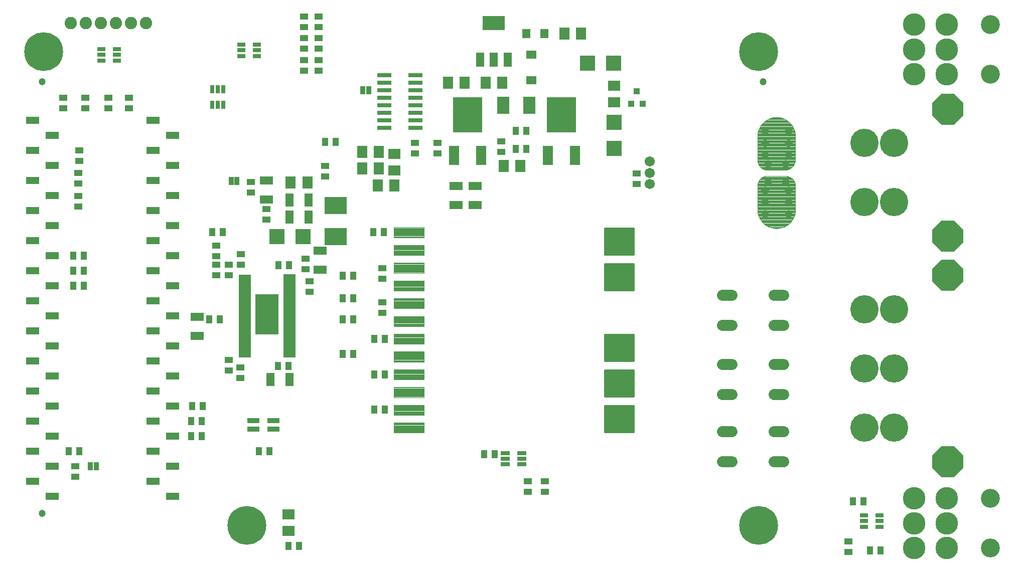
<source format=gts>
G75*
%MOIN*%
%OFA0B0*%
%FSLAX25Y25*%
%IPPOS*%
%LPD*%
%AMOC8*
5,1,8,0,0,1.08239X$1,22.5*
%
%ADD10R,0.08674X0.05524*%
%ADD11R,0.05524X0.03950*%
%ADD12R,0.05524X0.08674*%
%ADD13R,0.03950X0.05524*%
%ADD14R,0.06587X0.05800*%
%ADD15R,0.10249X0.10249*%
%ADD16R,0.05524X0.06312*%
%ADD17C,0.04737*%
%ADD18C,0.14973*%
%ADD19C,0.12611*%
%ADD20C,0.18800*%
%ADD21OC8,0.20485*%
%ADD22R,0.07099X0.07898*%
%ADD23R,0.05600X0.09600*%
%ADD24R,0.14973X0.09461*%
%ADD25R,0.07099X0.12611*%
%ADD26R,0.19800X0.23300*%
%ADD27R,0.03950X0.04343*%
%ADD28R,0.07887X0.07099*%
%ADD29R,0.07887X0.11430*%
%ADD30R,0.07099X0.07887*%
%ADD31R,0.09461X0.03162*%
%ADD32R,0.07887X0.01981*%
%ADD33R,0.15748X0.27165*%
%ADD34R,0.05524X0.02965*%
%ADD35C,0.00355*%
%ADD36C,0.00926*%
%ADD37R,0.06115X0.02965*%
%ADD38C,0.06706*%
%ADD39C,0.05169*%
%ADD40C,0.00394*%
%ADD41R,0.14580X0.11627*%
%ADD42C,0.25800*%
%ADD43R,0.03300X0.05800*%
%ADD44C,0.07200*%
%ADD45R,0.02965X0.05524*%
%ADD46R,0.08674X0.04737*%
%ADD47C,0.08200*%
%ADD48R,0.07887X0.03753*%
D10*
X0187747Y0162701D03*
X0187747Y0175299D03*
X0269247Y0206701D03*
X0269247Y0219299D03*
X0233747Y0253201D03*
X0233747Y0265799D03*
X0359747Y0262299D03*
X0372247Y0262299D03*
X0372247Y0249701D03*
X0359747Y0249701D03*
D11*
X0347247Y0283957D03*
X0347247Y0291043D03*
X0332247Y0291043D03*
X0332247Y0283957D03*
X0389747Y0284957D03*
X0389747Y0292043D03*
X0479747Y0270543D03*
X0479747Y0263457D03*
X0310747Y0207543D03*
X0310747Y0200457D03*
X0310747Y0185043D03*
X0310747Y0177957D03*
X0262247Y0191957D03*
X0262247Y0199043D03*
X0259747Y0206957D03*
X0259747Y0214043D03*
X0216747Y0217043D03*
X0200247Y0215457D03*
X0200247Y0210043D03*
X0200247Y0202957D03*
X0208747Y0202957D03*
X0208747Y0210043D03*
X0216747Y0209957D03*
X0200247Y0222543D03*
X0233747Y0239957D03*
X0233747Y0247043D03*
X0223247Y0257957D03*
X0223247Y0265043D03*
X0272747Y0268457D03*
X0272747Y0275543D03*
X0142247Y0313957D03*
X0142247Y0321043D03*
X0128747Y0321043D03*
X0128747Y0313957D03*
X0113247Y0313957D03*
X0113247Y0321043D03*
X0098747Y0321043D03*
X0098747Y0313957D03*
X0109247Y0286043D03*
X0109247Y0278957D03*
X0108747Y0271043D03*
X0108747Y0263957D03*
X0108747Y0255543D03*
X0108747Y0248457D03*
X0258747Y0338957D03*
X0258747Y0346043D03*
X0268247Y0346043D03*
X0268247Y0338957D03*
X0268247Y0353457D03*
X0258747Y0353457D03*
X0258747Y0360543D03*
X0268247Y0360543D03*
X0268247Y0367957D03*
X0268247Y0375043D03*
X0258747Y0375043D03*
X0258747Y0367957D03*
X0208747Y0146543D03*
X0208747Y0139457D03*
X0216247Y0141543D03*
X0216247Y0134457D03*
X0106747Y0076043D03*
X0106747Y0068957D03*
X0407247Y0066043D03*
X0418747Y0066043D03*
X0418747Y0058957D03*
X0407247Y0058957D03*
X0620247Y0026043D03*
X0620247Y0018957D03*
D12*
X0249047Y0133500D03*
X0236448Y0133500D03*
X0248948Y0241500D03*
X0261547Y0241500D03*
X0261547Y0253000D03*
X0248948Y0253000D03*
D13*
X0204791Y0231500D03*
X0197704Y0231500D03*
X0241704Y0209500D03*
X0248791Y0209500D03*
X0284204Y0202500D03*
X0291291Y0202500D03*
X0291291Y0187500D03*
X0284204Y0187500D03*
X0284204Y0173500D03*
X0291291Y0173500D03*
X0305204Y0160500D03*
X0312291Y0160500D03*
X0291291Y0150500D03*
X0284204Y0150500D03*
X0305204Y0137000D03*
X0312291Y0137000D03*
X0312291Y0113500D03*
X0305204Y0113500D03*
X0248291Y0142500D03*
X0241204Y0142500D03*
X0191291Y0116000D03*
X0184204Y0116000D03*
X0183704Y0106000D03*
X0190791Y0106000D03*
X0190791Y0096000D03*
X0183704Y0096000D03*
X0228704Y0086000D03*
X0235791Y0086000D03*
X0109291Y0086000D03*
X0102204Y0086000D03*
X0248204Y0023000D03*
X0255291Y0023000D03*
X0378204Y0084000D03*
X0385291Y0084000D03*
X0202791Y0173500D03*
X0195704Y0173500D03*
X0112291Y0196000D03*
X0105204Y0196000D03*
X0105204Y0206000D03*
X0112291Y0206000D03*
X0112291Y0216000D03*
X0105204Y0216000D03*
X0272704Y0291500D03*
X0279791Y0291500D03*
X0399204Y0287000D03*
X0406291Y0287000D03*
X0406291Y0299000D03*
X0399204Y0299000D03*
X0311791Y0231500D03*
X0304704Y0231500D03*
X0623204Y0052500D03*
X0630291Y0052500D03*
X0634704Y0020000D03*
X0641791Y0020000D03*
D14*
X0409747Y0332535D03*
X0409747Y0349465D03*
D15*
X0447086Y0344000D03*
X0464409Y0344000D03*
X0464747Y0304661D03*
X0464747Y0287339D03*
X0257909Y0228500D03*
X0240586Y0228500D03*
D16*
X0406342Y0363500D03*
X0418153Y0363500D03*
D17*
X0084747Y0044500D03*
X0084747Y0331500D03*
X0563747Y0331500D03*
D18*
X0664094Y0336500D03*
X0685747Y0336500D03*
X0685747Y0353035D03*
X0664094Y0353035D03*
X0664094Y0369571D03*
X0685747Y0369571D03*
X0685747Y0054571D03*
X0664094Y0054571D03*
X0664094Y0038035D03*
X0685747Y0038035D03*
X0685747Y0021500D03*
X0664094Y0021500D03*
D19*
X0714488Y0021500D03*
X0714488Y0054571D03*
X0714488Y0336500D03*
X0714488Y0369571D03*
D20*
X0650747Y0290870D03*
X0631062Y0290870D03*
X0631062Y0251500D03*
X0650747Y0251500D03*
X0650747Y0180240D03*
X0631062Y0180240D03*
X0631062Y0140870D03*
X0650747Y0140870D03*
X0650747Y0101500D03*
X0631062Y0101500D03*
D21*
X0686181Y0078980D03*
X0686181Y0202799D03*
X0686181Y0228980D03*
X0686181Y0313429D03*
D22*
X0260846Y0264500D03*
X0249649Y0264500D03*
D23*
X0375647Y0346300D03*
X0384747Y0346300D03*
X0393847Y0346300D03*
D24*
X0384747Y0370701D03*
D25*
X0376224Y0282594D03*
X0358271Y0282594D03*
X0420771Y0282594D03*
X0438724Y0282594D03*
D26*
X0429747Y0309752D03*
X0367247Y0309752D03*
D27*
X0476007Y0317063D03*
X0483488Y0317063D03*
X0479747Y0325331D03*
D28*
X0464747Y0329012D03*
X0464747Y0317988D03*
X0318747Y0283512D03*
X0318747Y0272488D03*
X0248247Y0044012D03*
X0248247Y0032988D03*
D29*
X0391086Y0316000D03*
X0408409Y0316000D03*
D30*
X0390259Y0331000D03*
X0379236Y0331000D03*
X0365259Y0331000D03*
X0354236Y0331000D03*
X0431736Y0363500D03*
X0442759Y0363500D03*
X0308259Y0285000D03*
X0297236Y0285000D03*
X0297236Y0274000D03*
X0308259Y0274000D03*
X0307736Y0262500D03*
X0318759Y0262500D03*
X0391236Y0275500D03*
X0402259Y0275500D03*
D31*
X0332484Y0301000D03*
X0332484Y0306000D03*
X0332484Y0311000D03*
X0332484Y0316000D03*
X0332484Y0321000D03*
X0332484Y0326000D03*
X0332484Y0331000D03*
X0332484Y0336000D03*
X0312011Y0336000D03*
X0312011Y0331000D03*
X0312011Y0326000D03*
X0312011Y0321000D03*
X0312011Y0316000D03*
X0312011Y0311000D03*
X0312011Y0306000D03*
X0312011Y0301000D03*
D32*
X0248818Y0202508D03*
X0248818Y0200539D03*
X0248818Y0198571D03*
X0248818Y0196602D03*
X0248818Y0194634D03*
X0248818Y0192665D03*
X0248818Y0190697D03*
X0248818Y0188728D03*
X0248818Y0186760D03*
X0248818Y0184791D03*
X0248818Y0182823D03*
X0248818Y0180854D03*
X0248818Y0178886D03*
X0248818Y0176917D03*
X0248818Y0174949D03*
X0248818Y0172980D03*
X0248818Y0171012D03*
X0248818Y0169043D03*
X0248818Y0167075D03*
X0248818Y0165106D03*
X0248818Y0163138D03*
X0248818Y0161169D03*
X0248818Y0159201D03*
X0248818Y0157232D03*
X0248818Y0155264D03*
X0248818Y0153295D03*
X0248818Y0151327D03*
X0248818Y0149358D03*
X0219291Y0149161D03*
X0219291Y0151130D03*
X0219291Y0153098D03*
X0219291Y0155067D03*
X0219291Y0157035D03*
X0219291Y0159004D03*
X0219291Y0160972D03*
X0219291Y0162941D03*
X0219291Y0164909D03*
X0219291Y0166878D03*
X0219291Y0168846D03*
X0219291Y0170815D03*
X0219291Y0172783D03*
X0219291Y0174752D03*
X0219291Y0176720D03*
X0219291Y0178689D03*
X0219291Y0180657D03*
X0219291Y0182626D03*
X0219291Y0184594D03*
X0219291Y0186563D03*
X0219291Y0188531D03*
X0219291Y0190500D03*
X0219291Y0192469D03*
X0219291Y0194437D03*
X0219291Y0196406D03*
X0219291Y0198374D03*
X0219291Y0200343D03*
X0219291Y0202311D03*
D33*
X0233858Y0176819D03*
D34*
X0134366Y0345760D03*
X0134366Y0349500D03*
X0134366Y0353240D03*
X0124129Y0353240D03*
X0124129Y0349500D03*
X0124129Y0345760D03*
X0217129Y0348760D03*
X0217129Y0352500D03*
X0217129Y0356240D03*
X0227366Y0356240D03*
X0227366Y0352500D03*
X0227366Y0348760D03*
X0630629Y0043240D03*
X0630629Y0039500D03*
X0630629Y0035760D03*
X0640866Y0035760D03*
X0640866Y0039500D03*
X0640866Y0043240D03*
D35*
X0338312Y0098128D02*
X0318182Y0098128D01*
X0318182Y0104872D01*
X0338312Y0104872D01*
X0338312Y0098128D01*
X0338312Y0098482D02*
X0318182Y0098482D01*
X0318182Y0098836D02*
X0338312Y0098836D01*
X0338312Y0099190D02*
X0318182Y0099190D01*
X0318182Y0099544D02*
X0338312Y0099544D01*
X0338312Y0099898D02*
X0318182Y0099898D01*
X0318182Y0100252D02*
X0338312Y0100252D01*
X0338312Y0100606D02*
X0318182Y0100606D01*
X0318182Y0100960D02*
X0338312Y0100960D01*
X0338312Y0101314D02*
X0318182Y0101314D01*
X0318182Y0101668D02*
X0338312Y0101668D01*
X0338312Y0102022D02*
X0318182Y0102022D01*
X0318182Y0102376D02*
X0338312Y0102376D01*
X0338312Y0102730D02*
X0318182Y0102730D01*
X0318182Y0103084D02*
X0338312Y0103084D01*
X0338312Y0103438D02*
X0318182Y0103438D01*
X0318182Y0103792D02*
X0338312Y0103792D01*
X0338312Y0104146D02*
X0318182Y0104146D01*
X0318182Y0104500D02*
X0338312Y0104500D01*
X0338312Y0104854D02*
X0318182Y0104854D01*
X0318182Y0109939D02*
X0338312Y0109939D01*
X0318182Y0109939D02*
X0318182Y0116683D01*
X0338312Y0116683D01*
X0338312Y0109939D01*
X0338312Y0110293D02*
X0318182Y0110293D01*
X0318182Y0110647D02*
X0338312Y0110647D01*
X0338312Y0111001D02*
X0318182Y0111001D01*
X0318182Y0111355D02*
X0338312Y0111355D01*
X0338312Y0111709D02*
X0318182Y0111709D01*
X0318182Y0112063D02*
X0338312Y0112063D01*
X0338312Y0112417D02*
X0318182Y0112417D01*
X0318182Y0112771D02*
X0338312Y0112771D01*
X0338312Y0113125D02*
X0318182Y0113125D01*
X0318182Y0113479D02*
X0338312Y0113479D01*
X0338312Y0113833D02*
X0318182Y0113833D01*
X0318182Y0114187D02*
X0338312Y0114187D01*
X0338312Y0114541D02*
X0318182Y0114541D01*
X0318182Y0114895D02*
X0338312Y0114895D01*
X0338312Y0115249D02*
X0318182Y0115249D01*
X0318182Y0115603D02*
X0338312Y0115603D01*
X0338312Y0115957D02*
X0318182Y0115957D01*
X0318182Y0116311D02*
X0338312Y0116311D01*
X0338312Y0116665D02*
X0318182Y0116665D01*
X0318182Y0121750D02*
X0338312Y0121750D01*
X0318182Y0121750D02*
X0318182Y0128494D01*
X0338312Y0128494D01*
X0338312Y0121750D01*
X0338312Y0122104D02*
X0318182Y0122104D01*
X0318182Y0122458D02*
X0338312Y0122458D01*
X0338312Y0122812D02*
X0318182Y0122812D01*
X0318182Y0123166D02*
X0338312Y0123166D01*
X0338312Y0123520D02*
X0318182Y0123520D01*
X0318182Y0123874D02*
X0338312Y0123874D01*
X0338312Y0124228D02*
X0318182Y0124228D01*
X0318182Y0124582D02*
X0338312Y0124582D01*
X0338312Y0124936D02*
X0318182Y0124936D01*
X0318182Y0125290D02*
X0338312Y0125290D01*
X0338312Y0125644D02*
X0318182Y0125644D01*
X0318182Y0125998D02*
X0338312Y0125998D01*
X0338312Y0126352D02*
X0318182Y0126352D01*
X0318182Y0126706D02*
X0338312Y0126706D01*
X0338312Y0127060D02*
X0318182Y0127060D01*
X0318182Y0127414D02*
X0338312Y0127414D01*
X0338312Y0127768D02*
X0318182Y0127768D01*
X0318182Y0128122D02*
X0338312Y0128122D01*
X0338312Y0128476D02*
X0318182Y0128476D01*
X0318182Y0133561D02*
X0338312Y0133561D01*
X0318182Y0133561D02*
X0318182Y0140305D01*
X0338312Y0140305D01*
X0338312Y0133561D01*
X0338312Y0133915D02*
X0318182Y0133915D01*
X0318182Y0134269D02*
X0338312Y0134269D01*
X0338312Y0134623D02*
X0318182Y0134623D01*
X0318182Y0134977D02*
X0338312Y0134977D01*
X0338312Y0135331D02*
X0318182Y0135331D01*
X0318182Y0135685D02*
X0338312Y0135685D01*
X0338312Y0136039D02*
X0318182Y0136039D01*
X0318182Y0136393D02*
X0338312Y0136393D01*
X0338312Y0136747D02*
X0318182Y0136747D01*
X0318182Y0137101D02*
X0338312Y0137101D01*
X0338312Y0137455D02*
X0318182Y0137455D01*
X0318182Y0137809D02*
X0338312Y0137809D01*
X0338312Y0138163D02*
X0318182Y0138163D01*
X0318182Y0138517D02*
X0338312Y0138517D01*
X0338312Y0138871D02*
X0318182Y0138871D01*
X0318182Y0139225D02*
X0338312Y0139225D01*
X0338312Y0139579D02*
X0318182Y0139579D01*
X0318182Y0139933D02*
X0338312Y0139933D01*
X0338312Y0140287D02*
X0318182Y0140287D01*
X0318182Y0145372D02*
X0338312Y0145372D01*
X0318182Y0145372D02*
X0318182Y0152116D01*
X0338312Y0152116D01*
X0338312Y0145372D01*
X0338312Y0145726D02*
X0318182Y0145726D01*
X0318182Y0146080D02*
X0338312Y0146080D01*
X0338312Y0146434D02*
X0318182Y0146434D01*
X0318182Y0146788D02*
X0338312Y0146788D01*
X0338312Y0147142D02*
X0318182Y0147142D01*
X0318182Y0147496D02*
X0338312Y0147496D01*
X0338312Y0147850D02*
X0318182Y0147850D01*
X0318182Y0148204D02*
X0338312Y0148204D01*
X0338312Y0148558D02*
X0318182Y0148558D01*
X0318182Y0148912D02*
X0338312Y0148912D01*
X0338312Y0149266D02*
X0318182Y0149266D01*
X0318182Y0149620D02*
X0338312Y0149620D01*
X0338312Y0149974D02*
X0318182Y0149974D01*
X0318182Y0150328D02*
X0338312Y0150328D01*
X0338312Y0150682D02*
X0318182Y0150682D01*
X0318182Y0151036D02*
X0338312Y0151036D01*
X0338312Y0151390D02*
X0318182Y0151390D01*
X0318182Y0151744D02*
X0338312Y0151744D01*
X0338312Y0152098D02*
X0318182Y0152098D01*
X0318182Y0157183D02*
X0338312Y0157183D01*
X0318182Y0157183D02*
X0318182Y0163927D01*
X0338312Y0163927D01*
X0338312Y0157183D01*
X0338312Y0157537D02*
X0318182Y0157537D01*
X0318182Y0157891D02*
X0338312Y0157891D01*
X0338312Y0158245D02*
X0318182Y0158245D01*
X0318182Y0158599D02*
X0338312Y0158599D01*
X0338312Y0158953D02*
X0318182Y0158953D01*
X0318182Y0159307D02*
X0338312Y0159307D01*
X0338312Y0159661D02*
X0318182Y0159661D01*
X0318182Y0160015D02*
X0338312Y0160015D01*
X0338312Y0160369D02*
X0318182Y0160369D01*
X0318182Y0160723D02*
X0338312Y0160723D01*
X0338312Y0161077D02*
X0318182Y0161077D01*
X0318182Y0161431D02*
X0338312Y0161431D01*
X0338312Y0161785D02*
X0318182Y0161785D01*
X0318182Y0162139D02*
X0338312Y0162139D01*
X0338312Y0162493D02*
X0318182Y0162493D01*
X0318182Y0162847D02*
X0338312Y0162847D01*
X0338312Y0163201D02*
X0318182Y0163201D01*
X0318182Y0163555D02*
X0338312Y0163555D01*
X0338312Y0163909D02*
X0318182Y0163909D01*
X0318182Y0168994D02*
X0338312Y0168994D01*
X0318182Y0168994D02*
X0318182Y0175738D01*
X0338312Y0175738D01*
X0338312Y0168994D01*
X0338312Y0169348D02*
X0318182Y0169348D01*
X0318182Y0169702D02*
X0338312Y0169702D01*
X0338312Y0170056D02*
X0318182Y0170056D01*
X0318182Y0170410D02*
X0338312Y0170410D01*
X0338312Y0170764D02*
X0318182Y0170764D01*
X0318182Y0171118D02*
X0338312Y0171118D01*
X0338312Y0171472D02*
X0318182Y0171472D01*
X0318182Y0171826D02*
X0338312Y0171826D01*
X0338312Y0172180D02*
X0318182Y0172180D01*
X0318182Y0172534D02*
X0338312Y0172534D01*
X0338312Y0172888D02*
X0318182Y0172888D01*
X0318182Y0173242D02*
X0338312Y0173242D01*
X0338312Y0173596D02*
X0318182Y0173596D01*
X0318182Y0173950D02*
X0338312Y0173950D01*
X0338312Y0174304D02*
X0318182Y0174304D01*
X0318182Y0174658D02*
X0338312Y0174658D01*
X0338312Y0175012D02*
X0318182Y0175012D01*
X0318182Y0175366D02*
X0338312Y0175366D01*
X0338312Y0175720D02*
X0318182Y0175720D01*
X0318182Y0180805D02*
X0338312Y0180805D01*
X0318182Y0180805D02*
X0318182Y0187549D01*
X0338312Y0187549D01*
X0338312Y0180805D01*
X0338312Y0181159D02*
X0318182Y0181159D01*
X0318182Y0181513D02*
X0338312Y0181513D01*
X0338312Y0181867D02*
X0318182Y0181867D01*
X0318182Y0182221D02*
X0338312Y0182221D01*
X0338312Y0182575D02*
X0318182Y0182575D01*
X0318182Y0182929D02*
X0338312Y0182929D01*
X0338312Y0183283D02*
X0318182Y0183283D01*
X0318182Y0183637D02*
X0338312Y0183637D01*
X0338312Y0183991D02*
X0318182Y0183991D01*
X0318182Y0184345D02*
X0338312Y0184345D01*
X0338312Y0184699D02*
X0318182Y0184699D01*
X0318182Y0185053D02*
X0338312Y0185053D01*
X0338312Y0185407D02*
X0318182Y0185407D01*
X0318182Y0185761D02*
X0338312Y0185761D01*
X0338312Y0186115D02*
X0318182Y0186115D01*
X0318182Y0186469D02*
X0338312Y0186469D01*
X0338312Y0186823D02*
X0318182Y0186823D01*
X0318182Y0187177D02*
X0338312Y0187177D01*
X0338312Y0187531D02*
X0318182Y0187531D01*
X0318182Y0192616D02*
X0338312Y0192616D01*
X0318182Y0192616D02*
X0318182Y0199360D01*
X0338312Y0199360D01*
X0338312Y0192616D01*
X0338312Y0192970D02*
X0318182Y0192970D01*
X0318182Y0193324D02*
X0338312Y0193324D01*
X0338312Y0193678D02*
X0318182Y0193678D01*
X0318182Y0194032D02*
X0338312Y0194032D01*
X0338312Y0194386D02*
X0318182Y0194386D01*
X0318182Y0194740D02*
X0338312Y0194740D01*
X0338312Y0195094D02*
X0318182Y0195094D01*
X0318182Y0195448D02*
X0338312Y0195448D01*
X0338312Y0195802D02*
X0318182Y0195802D01*
X0318182Y0196156D02*
X0338312Y0196156D01*
X0338312Y0196510D02*
X0318182Y0196510D01*
X0318182Y0196864D02*
X0338312Y0196864D01*
X0338312Y0197218D02*
X0318182Y0197218D01*
X0318182Y0197572D02*
X0338312Y0197572D01*
X0338312Y0197926D02*
X0318182Y0197926D01*
X0318182Y0198280D02*
X0338312Y0198280D01*
X0338312Y0198634D02*
X0318182Y0198634D01*
X0318182Y0198988D02*
X0338312Y0198988D01*
X0338312Y0199342D02*
X0318182Y0199342D01*
X0318182Y0204427D02*
X0338312Y0204427D01*
X0318182Y0204427D02*
X0318182Y0211171D01*
X0338312Y0211171D01*
X0338312Y0204427D01*
X0338312Y0204781D02*
X0318182Y0204781D01*
X0318182Y0205135D02*
X0338312Y0205135D01*
X0338312Y0205489D02*
X0318182Y0205489D01*
X0318182Y0205843D02*
X0338312Y0205843D01*
X0338312Y0206197D02*
X0318182Y0206197D01*
X0318182Y0206551D02*
X0338312Y0206551D01*
X0338312Y0206905D02*
X0318182Y0206905D01*
X0318182Y0207259D02*
X0338312Y0207259D01*
X0338312Y0207613D02*
X0318182Y0207613D01*
X0318182Y0207967D02*
X0338312Y0207967D01*
X0338312Y0208321D02*
X0318182Y0208321D01*
X0318182Y0208675D02*
X0338312Y0208675D01*
X0338312Y0209029D02*
X0318182Y0209029D01*
X0318182Y0209383D02*
X0338312Y0209383D01*
X0338312Y0209737D02*
X0318182Y0209737D01*
X0318182Y0210091D02*
X0338312Y0210091D01*
X0338312Y0210445D02*
X0318182Y0210445D01*
X0318182Y0210799D02*
X0338312Y0210799D01*
X0338312Y0211153D02*
X0318182Y0211153D01*
X0318182Y0216238D02*
X0338312Y0216238D01*
X0318182Y0216238D02*
X0318182Y0222982D01*
X0338312Y0222982D01*
X0338312Y0216238D01*
X0338312Y0216592D02*
X0318182Y0216592D01*
X0318182Y0216946D02*
X0338312Y0216946D01*
X0338312Y0217300D02*
X0318182Y0217300D01*
X0318182Y0217654D02*
X0338312Y0217654D01*
X0338312Y0218008D02*
X0318182Y0218008D01*
X0318182Y0218362D02*
X0338312Y0218362D01*
X0338312Y0218716D02*
X0318182Y0218716D01*
X0318182Y0219070D02*
X0338312Y0219070D01*
X0338312Y0219424D02*
X0318182Y0219424D01*
X0318182Y0219778D02*
X0338312Y0219778D01*
X0338312Y0220132D02*
X0318182Y0220132D01*
X0318182Y0220486D02*
X0338312Y0220486D01*
X0338312Y0220840D02*
X0318182Y0220840D01*
X0318182Y0221194D02*
X0338312Y0221194D01*
X0338312Y0221548D02*
X0318182Y0221548D01*
X0318182Y0221902D02*
X0338312Y0221902D01*
X0338312Y0222256D02*
X0318182Y0222256D01*
X0318182Y0222610D02*
X0338312Y0222610D01*
X0338312Y0222964D02*
X0318182Y0222964D01*
X0318182Y0228049D02*
X0338312Y0228049D01*
X0318182Y0228049D02*
X0318182Y0234793D01*
X0338312Y0234793D01*
X0338312Y0228049D01*
X0338312Y0228403D02*
X0318182Y0228403D01*
X0318182Y0228757D02*
X0338312Y0228757D01*
X0338312Y0229111D02*
X0318182Y0229111D01*
X0318182Y0229465D02*
X0338312Y0229465D01*
X0338312Y0229819D02*
X0318182Y0229819D01*
X0318182Y0230173D02*
X0338312Y0230173D01*
X0338312Y0230527D02*
X0318182Y0230527D01*
X0318182Y0230881D02*
X0338312Y0230881D01*
X0338312Y0231235D02*
X0318182Y0231235D01*
X0318182Y0231589D02*
X0338312Y0231589D01*
X0338312Y0231943D02*
X0318182Y0231943D01*
X0318182Y0232297D02*
X0338312Y0232297D01*
X0338312Y0232651D02*
X0318182Y0232651D01*
X0318182Y0233005D02*
X0338312Y0233005D01*
X0338312Y0233359D02*
X0318182Y0233359D01*
X0318182Y0233713D02*
X0338312Y0233713D01*
X0338312Y0234067D02*
X0318182Y0234067D01*
X0318182Y0234421D02*
X0338312Y0234421D01*
X0338312Y0234775D02*
X0318182Y0234775D01*
D36*
X0458232Y0216721D02*
X0477790Y0216721D01*
X0458232Y0216721D02*
X0458232Y0234311D01*
X0477790Y0234311D01*
X0477790Y0216721D01*
X0477790Y0217646D02*
X0458232Y0217646D01*
X0458232Y0218571D02*
X0477790Y0218571D01*
X0477790Y0219496D02*
X0458232Y0219496D01*
X0458232Y0220421D02*
X0477790Y0220421D01*
X0477790Y0221346D02*
X0458232Y0221346D01*
X0458232Y0222271D02*
X0477790Y0222271D01*
X0477790Y0223196D02*
X0458232Y0223196D01*
X0458232Y0224121D02*
X0477790Y0224121D01*
X0477790Y0225046D02*
X0458232Y0225046D01*
X0458232Y0225971D02*
X0477790Y0225971D01*
X0477790Y0226896D02*
X0458232Y0226896D01*
X0458232Y0227821D02*
X0477790Y0227821D01*
X0477790Y0228746D02*
X0458232Y0228746D01*
X0458232Y0229671D02*
X0477790Y0229671D01*
X0477790Y0230596D02*
X0458232Y0230596D01*
X0458232Y0231521D02*
X0477790Y0231521D01*
X0477790Y0232446D02*
X0458232Y0232446D01*
X0458232Y0233371D02*
X0477790Y0233371D01*
X0477790Y0234296D02*
X0458232Y0234296D01*
X0458232Y0193099D02*
X0477790Y0193099D01*
X0458232Y0193099D02*
X0458232Y0210689D01*
X0477790Y0210689D01*
X0477790Y0193099D01*
X0477790Y0194024D02*
X0458232Y0194024D01*
X0458232Y0194949D02*
X0477790Y0194949D01*
X0477790Y0195874D02*
X0458232Y0195874D01*
X0458232Y0196799D02*
X0477790Y0196799D01*
X0477790Y0197724D02*
X0458232Y0197724D01*
X0458232Y0198649D02*
X0477790Y0198649D01*
X0477790Y0199574D02*
X0458232Y0199574D01*
X0458232Y0200499D02*
X0477790Y0200499D01*
X0477790Y0201424D02*
X0458232Y0201424D01*
X0458232Y0202349D02*
X0477790Y0202349D01*
X0477790Y0203274D02*
X0458232Y0203274D01*
X0458232Y0204199D02*
X0477790Y0204199D01*
X0477790Y0205124D02*
X0458232Y0205124D01*
X0458232Y0206049D02*
X0477790Y0206049D01*
X0477790Y0206974D02*
X0458232Y0206974D01*
X0458232Y0207899D02*
X0477790Y0207899D01*
X0477790Y0208824D02*
X0458232Y0208824D01*
X0458232Y0209749D02*
X0477790Y0209749D01*
X0477790Y0210674D02*
X0458232Y0210674D01*
X0458232Y0145855D02*
X0477790Y0145855D01*
X0458232Y0145855D02*
X0458232Y0163445D01*
X0477790Y0163445D01*
X0477790Y0145855D01*
X0477790Y0146780D02*
X0458232Y0146780D01*
X0458232Y0147705D02*
X0477790Y0147705D01*
X0477790Y0148630D02*
X0458232Y0148630D01*
X0458232Y0149555D02*
X0477790Y0149555D01*
X0477790Y0150480D02*
X0458232Y0150480D01*
X0458232Y0151405D02*
X0477790Y0151405D01*
X0477790Y0152330D02*
X0458232Y0152330D01*
X0458232Y0153255D02*
X0477790Y0153255D01*
X0477790Y0154180D02*
X0458232Y0154180D01*
X0458232Y0155105D02*
X0477790Y0155105D01*
X0477790Y0156030D02*
X0458232Y0156030D01*
X0458232Y0156955D02*
X0477790Y0156955D01*
X0477790Y0157880D02*
X0458232Y0157880D01*
X0458232Y0158805D02*
X0477790Y0158805D01*
X0477790Y0159730D02*
X0458232Y0159730D01*
X0458232Y0160655D02*
X0477790Y0160655D01*
X0477790Y0161580D02*
X0458232Y0161580D01*
X0458232Y0162505D02*
X0477790Y0162505D01*
X0477790Y0163430D02*
X0458232Y0163430D01*
X0458232Y0122233D02*
X0477790Y0122233D01*
X0458232Y0122233D02*
X0458232Y0139823D01*
X0477790Y0139823D01*
X0477790Y0122233D01*
X0477790Y0123158D02*
X0458232Y0123158D01*
X0458232Y0124083D02*
X0477790Y0124083D01*
X0477790Y0125008D02*
X0458232Y0125008D01*
X0458232Y0125933D02*
X0477790Y0125933D01*
X0477790Y0126858D02*
X0458232Y0126858D01*
X0458232Y0127783D02*
X0477790Y0127783D01*
X0477790Y0128708D02*
X0458232Y0128708D01*
X0458232Y0129633D02*
X0477790Y0129633D01*
X0477790Y0130558D02*
X0458232Y0130558D01*
X0458232Y0131483D02*
X0477790Y0131483D01*
X0477790Y0132408D02*
X0458232Y0132408D01*
X0458232Y0133333D02*
X0477790Y0133333D01*
X0477790Y0134258D02*
X0458232Y0134258D01*
X0458232Y0135183D02*
X0477790Y0135183D01*
X0477790Y0136108D02*
X0458232Y0136108D01*
X0458232Y0137033D02*
X0477790Y0137033D01*
X0477790Y0137958D02*
X0458232Y0137958D01*
X0458232Y0138883D02*
X0477790Y0138883D01*
X0477790Y0139808D02*
X0458232Y0139808D01*
X0458232Y0098611D02*
X0477790Y0098611D01*
X0458232Y0098611D02*
X0458232Y0116201D01*
X0477790Y0116201D01*
X0477790Y0098611D01*
X0477790Y0099536D02*
X0458232Y0099536D01*
X0458232Y0100461D02*
X0477790Y0100461D01*
X0477790Y0101386D02*
X0458232Y0101386D01*
X0458232Y0102311D02*
X0477790Y0102311D01*
X0477790Y0103236D02*
X0458232Y0103236D01*
X0458232Y0104161D02*
X0477790Y0104161D01*
X0477790Y0105086D02*
X0458232Y0105086D01*
X0458232Y0106011D02*
X0477790Y0106011D01*
X0477790Y0106936D02*
X0458232Y0106936D01*
X0458232Y0107861D02*
X0477790Y0107861D01*
X0477790Y0108786D02*
X0458232Y0108786D01*
X0458232Y0109711D02*
X0477790Y0109711D01*
X0477790Y0110636D02*
X0458232Y0110636D01*
X0458232Y0111561D02*
X0477790Y0111561D01*
X0477790Y0112486D02*
X0458232Y0112486D01*
X0458232Y0113411D02*
X0477790Y0113411D01*
X0477790Y0114336D02*
X0458232Y0114336D01*
X0458232Y0115261D02*
X0477790Y0115261D01*
X0477790Y0116186D02*
X0458232Y0116186D01*
D37*
X0403161Y0084740D03*
X0403161Y0081000D03*
X0403161Y0077260D03*
X0392334Y0077260D03*
X0392334Y0081000D03*
X0392334Y0084740D03*
D38*
X0488247Y0263480D03*
X0488247Y0271000D03*
X0488247Y0278520D03*
D39*
X0565019Y0282811D03*
X0566988Y0276906D03*
X0578799Y0276906D03*
X0580767Y0282811D03*
X0580767Y0290685D03*
X0565019Y0290685D03*
X0565019Y0298559D03*
X0580767Y0298559D03*
X0578799Y0265094D03*
X0580767Y0259189D03*
X0566988Y0265094D03*
X0565019Y0259189D03*
X0565019Y0251315D03*
X0580767Y0251315D03*
X0580767Y0243441D03*
X0565019Y0243441D03*
D40*
X0560901Y0241729D02*
X0584098Y0241729D01*
X0583959Y0241357D02*
X0583098Y0239779D01*
X0582021Y0238340D01*
X0580750Y0237069D01*
X0579311Y0235992D01*
X0577733Y0235131D01*
X0576049Y0234502D01*
X0574292Y0234120D01*
X0572499Y0233992D01*
X0570706Y0234120D01*
X0568950Y0234502D01*
X0567266Y0235131D01*
X0565688Y0235992D01*
X0564249Y0237069D01*
X0562978Y0238340D01*
X0561901Y0239779D01*
X0561039Y0241357D01*
X0560411Y0243041D01*
X0560029Y0244798D01*
X0559901Y0246591D01*
X0559901Y0262339D01*
X0559950Y0263357D01*
X0560158Y0264356D01*
X0560520Y0265309D01*
X0561026Y0266194D01*
X0561664Y0266990D01*
X0562420Y0267675D01*
X0563273Y0268234D01*
X0564202Y0268653D01*
X0565186Y0268921D01*
X0566200Y0269031D01*
X0578011Y0269031D01*
X0579091Y0268977D01*
X0580150Y0268755D01*
X0581161Y0268370D01*
X0582099Y0267831D01*
X0582941Y0267153D01*
X0583666Y0266351D01*
X0584258Y0265445D01*
X0584700Y0264458D01*
X0584982Y0263414D01*
X0585098Y0262339D01*
X0585098Y0246591D01*
X0584970Y0244798D01*
X0584588Y0243041D01*
X0583959Y0241357D01*
X0583948Y0241336D02*
X0561051Y0241336D01*
X0561265Y0240944D02*
X0583734Y0240944D01*
X0583520Y0240552D02*
X0561479Y0240552D01*
X0561693Y0240160D02*
X0583306Y0240160D01*
X0583089Y0239767D02*
X0561910Y0239767D01*
X0562203Y0239375D02*
X0582795Y0239375D01*
X0582502Y0238983D02*
X0562497Y0238983D01*
X0562791Y0238591D02*
X0582208Y0238591D01*
X0581879Y0238199D02*
X0563120Y0238199D01*
X0563512Y0237806D02*
X0581487Y0237806D01*
X0581095Y0237414D02*
X0563904Y0237414D01*
X0564312Y0237022D02*
X0580686Y0237022D01*
X0580162Y0236630D02*
X0564836Y0236630D01*
X0565360Y0236238D02*
X0579639Y0236238D01*
X0579042Y0235845D02*
X0565957Y0235845D01*
X0566675Y0235453D02*
X0578324Y0235453D01*
X0577546Y0235061D02*
X0567453Y0235061D01*
X0568504Y0234669D02*
X0576495Y0234669D01*
X0575010Y0234276D02*
X0569989Y0234276D01*
X0560755Y0242121D02*
X0584244Y0242121D01*
X0584390Y0242513D02*
X0560608Y0242513D01*
X0560462Y0242905D02*
X0584537Y0242905D01*
X0584643Y0243297D02*
X0560356Y0243297D01*
X0560270Y0243690D02*
X0584729Y0243690D01*
X0584814Y0244082D02*
X0560185Y0244082D01*
X0560100Y0244474D02*
X0584899Y0244474D01*
X0584975Y0244866D02*
X0560024Y0244866D01*
X0559996Y0245258D02*
X0585003Y0245258D01*
X0585031Y0245651D02*
X0559968Y0245651D01*
X0559940Y0246043D02*
X0585059Y0246043D01*
X0585087Y0246435D02*
X0559912Y0246435D01*
X0559901Y0246827D02*
X0585098Y0246827D01*
X0585098Y0247219D02*
X0559901Y0247219D01*
X0559901Y0247612D02*
X0585098Y0247612D01*
X0585098Y0248004D02*
X0559901Y0248004D01*
X0559901Y0248396D02*
X0585098Y0248396D01*
X0585098Y0248788D02*
X0559901Y0248788D01*
X0559901Y0249181D02*
X0585098Y0249181D01*
X0585098Y0249573D02*
X0559901Y0249573D01*
X0559901Y0249965D02*
X0585098Y0249965D01*
X0585098Y0250357D02*
X0559901Y0250357D01*
X0559901Y0250749D02*
X0585098Y0250749D01*
X0585098Y0251142D02*
X0559901Y0251142D01*
X0559901Y0251534D02*
X0585098Y0251534D01*
X0585098Y0251926D02*
X0559901Y0251926D01*
X0559901Y0252318D02*
X0585098Y0252318D01*
X0585098Y0252710D02*
X0559901Y0252710D01*
X0559901Y0253103D02*
X0585098Y0253103D01*
X0585098Y0253495D02*
X0559901Y0253495D01*
X0559901Y0253887D02*
X0585098Y0253887D01*
X0585098Y0254279D02*
X0559901Y0254279D01*
X0559901Y0254672D02*
X0585098Y0254672D01*
X0585098Y0255064D02*
X0559901Y0255064D01*
X0559901Y0255456D02*
X0585098Y0255456D01*
X0585098Y0255848D02*
X0559901Y0255848D01*
X0559901Y0256240D02*
X0585098Y0256240D01*
X0585098Y0256633D02*
X0559901Y0256633D01*
X0559901Y0257025D02*
X0585098Y0257025D01*
X0585098Y0257417D02*
X0559901Y0257417D01*
X0559901Y0257809D02*
X0585098Y0257809D01*
X0585098Y0258201D02*
X0559901Y0258201D01*
X0559901Y0258594D02*
X0585098Y0258594D01*
X0585098Y0258986D02*
X0559901Y0258986D01*
X0559901Y0259378D02*
X0585098Y0259378D01*
X0585098Y0259770D02*
X0559901Y0259770D01*
X0559901Y0260162D02*
X0585098Y0260162D01*
X0585098Y0260555D02*
X0559901Y0260555D01*
X0559901Y0260947D02*
X0585098Y0260947D01*
X0585098Y0261339D02*
X0559901Y0261339D01*
X0559901Y0261731D02*
X0585098Y0261731D01*
X0585098Y0262124D02*
X0559901Y0262124D01*
X0559910Y0262516D02*
X0585079Y0262516D01*
X0585037Y0262908D02*
X0559928Y0262908D01*
X0559947Y0263300D02*
X0584994Y0263300D01*
X0584907Y0263692D02*
X0560020Y0263692D01*
X0560102Y0264085D02*
X0584801Y0264085D01*
X0584691Y0264477D02*
X0560204Y0264477D01*
X0560353Y0264869D02*
X0584516Y0264869D01*
X0584340Y0265261D02*
X0560501Y0265261D01*
X0560717Y0265653D02*
X0584121Y0265653D01*
X0583865Y0266046D02*
X0560941Y0266046D01*
X0561221Y0266438D02*
X0583587Y0266438D01*
X0583233Y0266830D02*
X0561536Y0266830D01*
X0561921Y0267222D02*
X0582854Y0267222D01*
X0582368Y0267615D02*
X0562353Y0267615D01*
X0562925Y0268007D02*
X0581793Y0268007D01*
X0581084Y0268399D02*
X0563639Y0268399D01*
X0564711Y0268791D02*
X0579978Y0268791D01*
X0579091Y0273023D02*
X0580150Y0273245D01*
X0581161Y0273630D01*
X0582099Y0274169D01*
X0582941Y0274847D01*
X0583666Y0275649D01*
X0584258Y0276555D01*
X0584700Y0277542D01*
X0584982Y0278586D01*
X0585098Y0279661D01*
X0585098Y0295409D01*
X0584970Y0297202D01*
X0584588Y0298959D01*
X0583959Y0300643D01*
X0583098Y0302221D01*
X0582021Y0303660D01*
X0580750Y0304931D01*
X0579311Y0306008D01*
X0577733Y0306869D01*
X0576049Y0307498D01*
X0574292Y0307880D01*
X0572499Y0308008D01*
X0570706Y0307880D01*
X0568950Y0307498D01*
X0567266Y0306869D01*
X0565688Y0306008D01*
X0564249Y0304931D01*
X0562978Y0303660D01*
X0561901Y0302221D01*
X0561039Y0300643D01*
X0560411Y0298959D01*
X0560029Y0297202D01*
X0559901Y0295409D01*
X0559901Y0279661D01*
X0559950Y0278643D01*
X0560158Y0277644D01*
X0560520Y0276691D01*
X0561026Y0275806D01*
X0561664Y0275010D01*
X0562420Y0274325D01*
X0563273Y0273766D01*
X0564202Y0273347D01*
X0565186Y0273079D01*
X0566200Y0272969D01*
X0578011Y0272969D01*
X0579091Y0273023D01*
X0579486Y0273105D02*
X0565090Y0273105D01*
X0563868Y0273498D02*
X0580813Y0273498D01*
X0581613Y0273890D02*
X0563083Y0273890D01*
X0562485Y0274282D02*
X0582239Y0274282D01*
X0582726Y0274674D02*
X0562035Y0274674D01*
X0561619Y0275067D02*
X0583139Y0275067D01*
X0583494Y0275459D02*
X0561304Y0275459D01*
X0561000Y0275851D02*
X0583798Y0275851D01*
X0584054Y0276243D02*
X0560776Y0276243D01*
X0560551Y0276635D02*
X0584294Y0276635D01*
X0584469Y0277028D02*
X0560392Y0277028D01*
X0560243Y0277420D02*
X0584645Y0277420D01*
X0584773Y0277812D02*
X0560123Y0277812D01*
X0560041Y0278204D02*
X0584879Y0278204D01*
X0584983Y0278596D02*
X0559960Y0278596D01*
X0559933Y0278989D02*
X0585026Y0278989D01*
X0585068Y0279381D02*
X0559915Y0279381D01*
X0559901Y0279773D02*
X0585098Y0279773D01*
X0585098Y0280165D02*
X0559901Y0280165D01*
X0559901Y0280558D02*
X0585098Y0280558D01*
X0585098Y0280950D02*
X0559901Y0280950D01*
X0559901Y0281342D02*
X0585098Y0281342D01*
X0585098Y0281734D02*
X0559901Y0281734D01*
X0559901Y0282126D02*
X0585098Y0282126D01*
X0585098Y0282519D02*
X0559901Y0282519D01*
X0559901Y0282911D02*
X0585098Y0282911D01*
X0585098Y0283303D02*
X0559901Y0283303D01*
X0559901Y0283695D02*
X0585098Y0283695D01*
X0585098Y0284087D02*
X0559901Y0284087D01*
X0559901Y0284480D02*
X0585098Y0284480D01*
X0585098Y0284872D02*
X0559901Y0284872D01*
X0559901Y0285264D02*
X0585098Y0285264D01*
X0585098Y0285656D02*
X0559901Y0285656D01*
X0559901Y0286048D02*
X0585098Y0286048D01*
X0585098Y0286441D02*
X0559901Y0286441D01*
X0559901Y0286833D02*
X0585098Y0286833D01*
X0585098Y0287225D02*
X0559901Y0287225D01*
X0559901Y0287617D02*
X0585098Y0287617D01*
X0585098Y0288010D02*
X0559901Y0288010D01*
X0559901Y0288402D02*
X0585098Y0288402D01*
X0585098Y0288794D02*
X0559901Y0288794D01*
X0559901Y0289186D02*
X0585098Y0289186D01*
X0585098Y0289578D02*
X0559901Y0289578D01*
X0559901Y0289971D02*
X0585098Y0289971D01*
X0585098Y0290363D02*
X0559901Y0290363D01*
X0559901Y0290755D02*
X0585098Y0290755D01*
X0585098Y0291147D02*
X0559901Y0291147D01*
X0559901Y0291539D02*
X0585098Y0291539D01*
X0585098Y0291932D02*
X0559901Y0291932D01*
X0559901Y0292324D02*
X0585098Y0292324D01*
X0585098Y0292716D02*
X0559901Y0292716D01*
X0559901Y0293108D02*
X0585098Y0293108D01*
X0585098Y0293501D02*
X0559901Y0293501D01*
X0559901Y0293893D02*
X0585098Y0293893D01*
X0585098Y0294285D02*
X0559901Y0294285D01*
X0559901Y0294677D02*
X0585098Y0294677D01*
X0585098Y0295069D02*
X0559901Y0295069D01*
X0559905Y0295462D02*
X0585094Y0295462D01*
X0585066Y0295854D02*
X0559933Y0295854D01*
X0559961Y0296246D02*
X0585038Y0296246D01*
X0585010Y0296638D02*
X0559989Y0296638D01*
X0560017Y0297030D02*
X0584982Y0297030D01*
X0584922Y0297423D02*
X0560077Y0297423D01*
X0560162Y0297815D02*
X0584836Y0297815D01*
X0584751Y0298207D02*
X0560248Y0298207D01*
X0560333Y0298599D02*
X0584666Y0298599D01*
X0584575Y0298991D02*
X0560423Y0298991D01*
X0560570Y0299384D02*
X0584429Y0299384D01*
X0584283Y0299776D02*
X0560716Y0299776D01*
X0560862Y0300168D02*
X0584136Y0300168D01*
X0583990Y0300560D02*
X0561009Y0300560D01*
X0561208Y0300953D02*
X0583790Y0300953D01*
X0583576Y0301345D02*
X0561423Y0301345D01*
X0561637Y0301737D02*
X0583362Y0301737D01*
X0583148Y0302129D02*
X0561851Y0302129D01*
X0562126Y0302521D02*
X0582873Y0302521D01*
X0582579Y0302914D02*
X0562420Y0302914D01*
X0562713Y0303306D02*
X0582286Y0303306D01*
X0581982Y0303698D02*
X0563017Y0303698D01*
X0563409Y0304090D02*
X0581590Y0304090D01*
X0581198Y0304482D02*
X0563801Y0304482D01*
X0564193Y0304875D02*
X0580806Y0304875D01*
X0580301Y0305267D02*
X0564698Y0305267D01*
X0565222Y0305659D02*
X0579777Y0305659D01*
X0579231Y0306051D02*
X0565768Y0306051D01*
X0566486Y0306444D02*
X0578513Y0306444D01*
X0577795Y0306836D02*
X0567204Y0306836D01*
X0568227Y0307228D02*
X0576772Y0307228D01*
X0575485Y0307620D02*
X0569514Y0307620D01*
D41*
X0279747Y0249335D03*
X0279747Y0228665D03*
D42*
X0085747Y0351500D03*
X0560747Y0351500D03*
X0560747Y0036500D03*
X0220747Y0036500D03*
D43*
X0120747Y0076000D03*
X0116747Y0076000D03*
X0210476Y0265500D03*
X0214019Y0265500D03*
X0297747Y0326000D03*
X0301747Y0326000D03*
D44*
X0536547Y0189500D02*
X0542947Y0189500D01*
X0571047Y0189500D02*
X0577447Y0189500D01*
X0577447Y0169500D02*
X0571047Y0169500D01*
X0542947Y0169500D02*
X0536547Y0169500D01*
X0536547Y0143500D02*
X0542947Y0143500D01*
X0571047Y0143500D02*
X0577447Y0143500D01*
X0577447Y0123500D02*
X0571047Y0123500D01*
X0542947Y0123500D02*
X0536547Y0123500D01*
X0536547Y0099000D02*
X0542947Y0099000D01*
X0571047Y0099000D02*
X0577447Y0099000D01*
X0577447Y0079000D02*
X0571047Y0079000D01*
X0542947Y0079000D02*
X0536547Y0079000D01*
D45*
X0204988Y0316381D03*
X0201247Y0316381D03*
X0197507Y0316381D03*
X0197507Y0326619D03*
X0201247Y0326619D03*
X0204988Y0326619D03*
D46*
X0158251Y0306000D03*
X0171244Y0296000D03*
X0158251Y0286000D03*
X0171244Y0276000D03*
X0158251Y0266000D03*
X0171244Y0256000D03*
X0158251Y0246000D03*
X0171244Y0236000D03*
X0158251Y0226000D03*
X0171244Y0216000D03*
X0158251Y0206000D03*
X0171244Y0196000D03*
X0158251Y0186000D03*
X0171244Y0176000D03*
X0158251Y0166000D03*
X0171244Y0156000D03*
X0158251Y0146000D03*
X0171244Y0136000D03*
X0158251Y0126000D03*
X0171244Y0116000D03*
X0158251Y0106000D03*
X0171244Y0096000D03*
X0158251Y0086000D03*
X0171244Y0076000D03*
X0158251Y0066000D03*
X0171244Y0056000D03*
X0091244Y0056000D03*
X0078251Y0066000D03*
X0091244Y0076000D03*
X0078251Y0086000D03*
X0091244Y0096000D03*
X0078251Y0106000D03*
X0091244Y0116000D03*
X0078251Y0126000D03*
X0091244Y0136000D03*
X0078251Y0146000D03*
X0091244Y0156000D03*
X0078251Y0166000D03*
X0091244Y0176000D03*
X0078251Y0186000D03*
X0091244Y0196000D03*
X0078251Y0206000D03*
X0091244Y0216000D03*
X0078251Y0226000D03*
X0091244Y0236000D03*
X0078251Y0246000D03*
X0091244Y0256000D03*
X0078251Y0266000D03*
X0091244Y0276000D03*
X0078251Y0286000D03*
X0091244Y0296000D03*
X0078251Y0306000D03*
D47*
X0103747Y0370500D03*
X0113747Y0370500D03*
X0123747Y0370500D03*
X0133747Y0370500D03*
X0143747Y0370500D03*
X0153747Y0370500D03*
D48*
X0225055Y0106354D03*
X0225055Y0100646D03*
X0238440Y0100646D03*
X0238440Y0106354D03*
M02*

</source>
